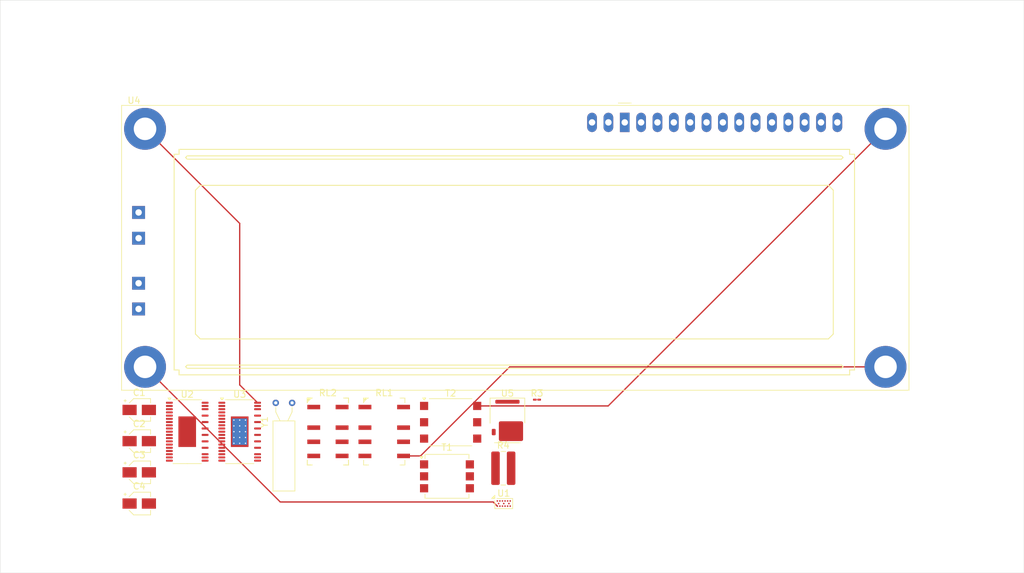
<source format=kicad_pcb>
(kicad_pcb (version 20241229) (generator "pcbnew") (generator_version "9.0")
  (layers (0 "F.Cu" signal) (2 "B.Cu" signal) (13 "F.Paste" user) (15 "B.Paste" user) (5 "F.SilkS" user "F.Silkscreen") (7 "B.SilkS" user "B.Silkscreen") (1 "F.Mask" user) (3 "B.Mask" user) (25 "Edge.Cuts" user))
  (net 0 "")
  (net 5 "Net-(T2-AB)")
  (net 7 "Net-(T2-AA)")
  (net 8 "Net-(T1-AA)")
  (net 9 "Net-(T1-AB)")
  (net 12 "Net-(U3A-+)")
  (net 13 "Net-(U2B-+)")
  (net 15 "Net-(C4-Pad2)")
  (net 16 "Net-(RL1-Pad3)")
  (net 18 "Net-(C3-Pad2)")
  (net 21 "Earth")
  (net 22 "VCC")
  (net 26 "unconnected-(U4-K-Pad16)")
  (net 45 "Net-(C1-Pad1)")
  (net 46 "Net-(C2-Pad2)")
  (footprint "Capacitor_SMD:CP_Elec_3x5.3" (layer "F.Cu") (at 110.6 123.895)
    (property "Reference" "C3" (at 0 -2.7 0) (layer "F.SilkS"))
    (property "Value" "C_Small")
    (fp_line (start -2.375 -1.435) (end -2 -1.435) (stroke (width 0.12)) (layer "F.SilkS"))
    (fp_line (start -2.1875 -1.6225) (end -2.1875 -1.2475) (stroke (width 0.12)) (layer "F.SilkS"))
    (fp_line (start -1.570563 -1.06) (end -0.870563 -1.76) (stroke (width 0.12)) (layer "F.SilkS"))
    (fp_line (start -1.570563 1.06) (end -0.870563 1.76) (stroke (width 0.12)) (layer "F.SilkS"))
    (fp_line (start -0.870563 -1.76) (end 1.76 -1.76) (stroke (width 0.12)) (layer "F.SilkS"))
    (fp_line (start -0.870563 1.76) (end 1.76 1.76) (stroke (width 0.12)) (layer "F.SilkS"))
    (fp_line (start 1.76 -1.76) (end 1.76 -1.06) (stroke (width 0.12)) (layer "F.SilkS"))
    (fp_line (start 1.76 1.76) (end 1.76 1.06) (stroke (width 0.12)) (layer "F.SilkS"))
    (pad "1" smd rect (at -1.5 0) (size 2.2 1.6) (layers "F.Cu" "F.Mask" "F.Paste"))
    (pad "2" smd rect (at 1.5 0) (size 2.2 1.6) (layers "F.Cu" "F.Mask" "F.Paste") (net 18 "Net-(C3-Pad2)"))
  )
  (footprint "Capacitor_SMD:CP_Elec_3x5.3" (layer "F.Cu") (at 110.6 128.745)
    (property "Reference" "C4" (at 0 -2.7 0) (layer "F.SilkS"))
    (property "Value" "C_Small")
    (fp_line (start -2.375 -1.435) (end -2 -1.435) (stroke (width 0.12)) (layer "F.SilkS"))
    (fp_line (start -2.1875 -1.6225) (end -2.1875 -1.2475) (stroke (width 0.12)) (layer "F.SilkS"))
    (fp_line (start -1.570563 -1.06) (end -0.870563 -1.76) (stroke (width 0.12)) (layer "F.SilkS"))
    (fp_line (start -1.570563 1.06) (end -0.870563 1.76) (stroke (width 0.12)) (layer "F.SilkS"))
    (fp_line (start -0.870563 -1.76) (end 1.76 -1.76) (stroke (width 0.12)) (layer "F.SilkS"))
    (fp_line (start -0.870563 1.76) (end 1.76 1.76) (stroke (width 0.12)) (layer "F.SilkS"))
    (fp_line (start 1.76 -1.76) (end 1.76 -1.06) (stroke (width 0.12)) (layer "F.SilkS"))
    (fp_line (start 1.76 1.76) (end 1.76 1.06) (stroke (width 0.12)) (layer "F.SilkS"))
    (pad "1" smd rect (at -1.5 0) (size 2.2 1.6) (layers "F.Cu" "F.Mask" "F.Paste"))
    (pad "2" smd rect (at 1.5 0) (size 2.2 1.6) (layers "F.Cu" "F.Mask" "F.Paste") (net 15 "Net-(C4-Pad2)"))
  )
  (footprint "Transformer_SMD:Pulse_P0926NL" (layer "F.Cu") (at 158.39 124.515)
    (property "Reference" "T1" (at 0 -4.5 0) (layer "F.SilkS"))
    (property "Value" "Transformer_1P_1S")
    (fp_line (start -3.41 -3.41) (end -3.41 -2.75) (stroke (width 0.12)) (layer "F.SilkS"))
    (fp_line (start -3.41 -3.41) (end 3.41 -3.41) (stroke (width 0.12)) (layer "F.SilkS"))
    (fp_line (start -3.41 3.41) (end -3.41 2.75) (stroke (width 0.12)) (layer "F.SilkS"))
    (fp_line (start -3.41 3.41) (end 3.41 3.41) (stroke (width 0.12)) (layer "F.SilkS"))
    (fp_line (start 3.41 -3.41) (end 3.41 -2.75) (stroke (width 0.12)) (layer "F.SilkS"))
    (fp_line (start 3.41 3.41) (end 3.41 2.75) (stroke (width 0.12)) (layer "F.SilkS"))
    (fp_poly (pts (xy -3.95 -2.75) (xy -4.19 -3.08) (xy -3.71 -3.08) (xy -3.95 -2.75)) (stroke (width 0.12)) (fill yes) (layer "F.SilkS"))
    (pad "1" smd rect (at -3.555 -1.855) (size 1.27 1.27) (layers "F.Cu" "F.Mask" "F.Paste") (net 8 "Net-(T1-AA)"))
    (pad "2" smd rect (at -3.555 0) (size 1.27 1.27) (layers "F.Cu" "F.Mask" "F.Paste") (net 9 "Net-(T1-AB)"))
    (pad "3" smd rect (at -3.555 1.855) (size 1.27 1.27) (layers "F.Cu" "F.Mask" "F.Paste"))
    (pad "4" smd rect (at 3.555 1.855) (size 1.27 1.27) (layers "F.Cu" "F.Mask" "F.Paste"))
    (pad "5" smd rect (at 3.555 0) (size 1.27 1.27) (layers "F.Cu" "F.Mask" "F.Paste"))
    (pad "6" smd rect (at 3.555 -1.855) (size 1.27 1.27) (layers "F.Cu" "F.Mask" "F.Paste"))
  )
  (footprint "Capacitor_SMD:CP_Elec_3x5.3" (layer "F.Cu") (at 110.6 119.045)
    (property "Reference" "C2" (at 0 -2.7 0) (layer "F.SilkS"))
    (property "Value" "C_Small")
    (fp_line (start -2.375 -1.435) (end -2 -1.435) (stroke (width 0.12)) (layer "F.SilkS"))
    (fp_line (start -2.1875 -1.6225) (end -2.1875 -1.2475) (stroke (width 0.12)) (layer "F.SilkS"))
    (fp_line (start -1.570563 -1.06) (end -0.870563 -1.76) (stroke (width 0.12)) (layer "F.SilkS"))
    (fp_line (start -1.570563 1.06) (end -0.870563 1.76) (stroke (width 0.12)) (layer "F.SilkS"))
    (fp_line (start -0.870563 -1.76) (end 1.76 -1.76) (stroke (width 0.12)) (layer "F.SilkS"))
    (fp_line (start -0.870563 1.76) (end 1.76 1.76) (stroke (width 0.12)) (layer "F.SilkS"))
    (fp_line (start 1.76 -1.76) (end 1.76 -1.06) (stroke (width 0.12)) (layer "F.SilkS"))
    (fp_line (start 1.76 1.76) (end 1.76 1.06) (stroke (width 0.12)) (layer "F.SilkS"))
    (pad "1" smd rect (at -1.5 0) (size 2.2 1.6) (layers "F.Cu" "F.Mask" "F.Paste"))
    (pad "2" smd rect (at 1.5 0) (size 2.2 1.6) (layers "F.Cu" "F.Mask" "F.Paste") (net 46 "Net-(C2-Pad2)"))
  )
  (footprint "Crystal:Crystal_AT310_D3.0mm_L10.0mm_Horizontal" (layer "F.Cu") (at 131.8 113.095)
    (property "Reference" "Y1" (at -1.75 3 90) (layer "F.SilkS"))
    (property "Value" "Crystal")
    (fp_line (start -0.43 2.8) (end -0.43 13.7) (stroke (width 0.12)) (layer "F.SilkS"))
    (fp_line (start -0.43 13.7) (end 2.97 13.7) (stroke (width 0.12)) (layer "F.SilkS"))
    (fp_line (start 0 1.4) (end 0 0.7) (stroke (width 0.12)) (layer "F.SilkS"))
    (fp_line (start 0.67 2.8) (end 0 1.4) (stroke (width 0.12)) (layer "F.SilkS"))
    (fp_line (start 1.87 2.8) (end 2.54 1.4) (stroke (width 0.12)) (layer "F.SilkS"))
    (fp_line (start 2.54 1.4) (end 2.54 0.7) (stroke (width 0.12)) (layer "F.SilkS"))
    (fp_line (start 2.97 2.8) (end -0.43 2.8) (stroke (width 0.12)) (layer "F.SilkS"))
    (fp_line (start 2.97 13.7) (end 2.97 2.8) (stroke (width 0.12)) (layer "F.SilkS"))
    (pad "1" thru_hole circle (at 0 0) (size 1 1) (drill 0.5) (layers "*.Cu" "*.Mask") (net 46 "Net-(C2-Pad2)"))
    (pad "2" thru_hole circle (at 2.54 0) (size 1 1) (drill 0.5) (layers "*.Cu" "*.Mask") (net 45 "Net-(C1-Pad1)"))
  )
  (footprint "Transistor_Power:GaN_Systems_GaNPX-3_5x6.6mm_Drain3.76x0.6mm" (layer "F.Cu") (at 167.78 115.825)
    (property "Reference" "U5" (at 0 -4.21 0) (layer "F.SilkS"))
    (property "Value" "ULN2002A")
    (fp_line (start -2.69 -3.47) (end -2.69 0.4325) (stroke (width 0.12)) (layer "F.SilkS"))
    (fp_line (start -2 3.47) (end 2 3.47) (stroke (width 0.12)) (layer "F.SilkS"))
    (fp_line (start 2.69 -3.47) (end -2.69 -3.47) (stroke (width 0.12)) (layer "F.SilkS"))
    (fp_line (start 2.69 0.375) (end 2.69 -3.47) (stroke (width 0.12)) (layer "F.SilkS"))
    (pad "1" smd roundrect (at 0 -2.91) (size 3.76 0.6) (layers "F.Cu" "F.Mask" "F.Paste"))
    (pad "2" smd roundrect (at -2.13 1.81) (size 0.6 1) (layers "F.Cu" "F.Mask" "F.Paste"))
    (pad "3" smd roundrect (at 0.55 1.67) (size 3.76 3.07) (layers "F.Cu" "F.Mask") (roundrect_rratio 0.08143322476))
  )
  (footprint "Relay_SMD:Relay_2P2T_10x6mm_TE_IMxxG" (layer "F.Cu") (at 148.65 117.545)
    (property "Reference" "RL1" (at 0 -6 0) (layer "F.SilkS"))
    (property "Value" "AZSR131-1AE-12D")
    (fp_line (start -3.2 -5.2) (end -3.2 -4.45) (stroke (width 0.12)) (layer "F.SilkS"))
    (fp_line (start -3.2 4.45) (end -3.2 5.2) (stroke (width 0.12)) (layer "F.SilkS"))
    (fp_line (start -3.2 5.2) (end -2.45 5.2) (stroke (width 0.12)) (layer "F.SilkS"))
    (fp_line (start -3.05 -5.2) (end -3.2 -5.05) (stroke (width 0.12)) (layer "F.SilkS"))
    (fp_line (start -2.9 -5.2) (end -3.2 -4.9) (stroke (width 0.12)) (layer "F.SilkS"))
    (fp_line (start -2.75 -5.2) (end -3.2 -4.75) (stroke (width 0.12)) (layer "F.SilkS"))
    (fp_line (start -2.6 -5.2) (end -3.2 -4.6) (stroke (width 0.12)) (layer "F.SilkS"))
    (fp_line (start -2.45 -5.2) (end -3.2 -5.2) (stroke (width 0.12)) (layer "F.SilkS"))
    (fp_line (start 2.45 -5.2) (end 3.2 -5.2) (stroke (width 0.12)) (layer "F.SilkS"))
    (fp_line (start 2.45 5.2) (end 3.2 5.2) (stroke (width 0.12)) (layer "F.SilkS"))
    (fp_line (start 3.2 -5.2) (end 3.2 -4.45) (stroke (width 0.12)) (layer "F.SilkS"))
    (fp_line (start 3.2 4.45) (end 3.2 5.2) (stroke (width 0.12)) (layer "F.SilkS"))
    (pad "1" smd rect (at -3 -3.8) (size 2 0.7) (layers "F.Cu" "F.Mask" "F.Paste"))
    (pad "2" smd rect (at -3 -0.6) (size 2 0.7) (layers "F.Cu" "F.Mask" "F.Paste") (net 18 "Net-(C3-Pad2)"))
    (pad "3" smd rect (at -3 1.6) (size 2 0.7) (layers "F.Cu" "F.Mask" "F.Paste") (net 16 "Net-(RL1-Pad3)"))
    (pad "4" smd rect (at -3 3.8) (size 2 0.7) (layers "F.Cu" "F.Mask" "F.Paste"))
    (pad "5" smd rect (at 3 3.8) (size 2 0.7) (layers "F.Cu" "F.Mask" "F.Paste"))
    (pad "6" smd rect (at 3 1.6) (size 2 0.7) (layers "F.Cu" "F.Mask" "F.Paste"))
    (pad "7" smd rect (at 3 -0.6) (size 2 0.7) (layers "F.Cu" "F.Mask" "F.Paste"))
    (pad "8" smd rect (at 3 -3.8) (size 2 0.7) (layers "F.Cu" "F.Mask" "F.Paste"))
  )
  (footprint "Transformer_SMD:Pulse_PA1323NL" (layer "F.Cu") (at 158.96 116.11)
    (property "Reference" "T2" (at 0 -4.5 0) (layer "F.SilkS"))
    (property "Value" "Transformer_1P_1S")
    (fp_line (start -3.31 -3.665) (end 3.31 -3.665) (stroke (width 0.12)) (layer "F.SilkS"))
    (fp_line (start -3.31 3.665) (end 3.31 3.665) (stroke (width 0.12)) (layer "F.SilkS"))
    (fp_poly (pts (xy -4.1 -3.45) (xy -4.34 -3.78) (xy -3.86 -3.78) (xy -4.1 -3.45)) (stroke (width 0.12)) (fill yes) (layer "F.SilkS"))
    (pad "1" smd rect (at -4.125 -2.54) (size 1.27 1.27) (layers "F.Cu" "F.Mask" "F.Paste") (net 7 "Net-(T2-AA)"))
    (pad "2" smd rect (at -4.125 0) (size 1.27 1.27) (layers "F.Cu" "F.Mask" "F.Paste") (net 5 "Net-(T2-AB)"))
    (pad "3" smd rect (at -4.125 2.54) (size 1.27 1.27) (layers "F.Cu" "F.Mask" "F.Paste"))
    (pad "4" smd rect (at 4.125 2.54) (size 1.27 1.27) (layers "F.Cu" "F.Mask" "F.Paste"))
    (pad "5" smd rect (at 4.125 0) (size 1.27 1.27) (layers "F.Cu" "F.Mask" "F.Paste"))
    (pad "6" smd rect (at 4.125 -2.54) (size 1.27 1.27) (layers "F.Cu" "F.Mask" "F.Paste"))
  )
  (footprint "Relay_SMD:Relay_DPDT_AXICOM_IMSeries_JLeg" (layer "F.Cu") (at 139.9 117.545)
    (property "Reference" "RL2" (at 0 -6 0) (layer "F.SilkS"))
    (property "Value" "AZSR131-1AE-12D")
    (fp_line (start -3.2 -5.2) (end -3.2 -4.45) (stroke (width 0.15)) (layer "F.SilkS"))
    (fp_line (start -3.2 4.45) (end -3.2 5.2) (stroke (width 0.15)) (layer "F.SilkS"))
    (fp_line (start -3.2 5.2) (end -2.45 5.2) (stroke (width 0.15)) (layer "F.SilkS"))
    (fp_line (start -3.05 -5.2) (end -3.2 -5.05) (stroke (width 0.15)) (layer "F.SilkS"))
    (fp_line (start -2.9 -5.2) (end -3.2 -4.9) (stroke (width 0.15)) (layer "F.SilkS"))
    (fp_line (start -2.75 -5.2) (end -3.2 -4.75) (stroke (width 0.15)) (layer "F.SilkS"))
    (fp_line (start -2.6 -5.2) (end -3.2 -4.6) (stroke (width 0.15)) (layer "F.SilkS"))
    (fp_line (start -2.45 -5.2) (end -3.2 -5.2) (stroke (width 0.15)) (layer "F.SilkS"))
    (fp_line (start 2.45 -5.2) (end 3.2 -5.2) (stroke (width 0.15)) (layer "F.SilkS"))
    (fp_line (start 2.45 5.2) (end 3.2 5.2) (stroke (width 0.15)) (layer "F.SilkS"))
    (fp_line (start 3.2 -5.2) (end 3.2 -4.45) (stroke (width 0.15)) (layer "F.SilkS"))
    (fp_line (start 3.2 4.45) (end 3.2 5.2) (stroke (width 0.15)) (layer "F.SilkS"))
    (pad "1" smd rect (at -2.2 -3.8) (size 2 0.7) (layers "F.Cu" "F.Mask" "F.Paste"))
    (pad "2" smd rect (at -2.2 -0.6) (size 2 0.7) (layers "F.Cu" "F.Mask" "F.Paste") (net 16 "Net-(RL1-Pad3)"))
    (pad "3" smd rect (at -2.2 1.6) (size 2 0.7) (layers "F.Cu" "F.Mask" "F.Paste"))
    (pad "4" smd rect (at -2.2 3.8) (size 2 0.7) (layers "F.Cu" "F.Mask" "F.Paste") (net 15 "Net-(C4-Pad2)"))
    (pad "5" smd rect (at 2.2 3.8) (size 2 0.7) (layers "F.Cu" "F.Mask" "F.Paste"))
    (pad "6" smd rect (at 2.2 1.6) (size 2 0.7) (layers "F.Cu" "F.Mask" "F.Paste"))
    (pad "7" smd rect (at 2.2 -0.6) (size 2 0.7) (layers "F.Cu" "F.Mask" "F.Paste"))
    (pad "8" smd rect (at 2.2 -3.8) (size 2 0.7) (layers "F.Cu" "F.Mask" "F.Paste"))
  )
  (footprint "Package_CSP:Nexperia_WLCSP-15_2.37x1.17mm_Layout6x3_P0.4mmP0.8mm" (layer "F.Cu") (at 167.21 128.745)
    (property "Reference" "U1" (at 0 -1.585 0) (layer "F.SilkS"))
    (property "Value" "PIC16F877A-IP")
    (fp_line (start -1.385 0.785) (end -1.385 -0.4475) (stroke (width 0.12)) (layer "F.SilkS"))
    (fp_line (start -1.0475 -0.785) (end 1.385 -0.785) (stroke (width 0.12)) (layer "F.SilkS"))
    (fp_line (start 1.385 -0.785) (end 1.385 0.785) (stroke (width 0.12)) (layer "F.SilkS"))
    (fp_line (start 1.385 0.785) (end -1.385 0.785) (stroke (width 0.12)) (layer "F.SilkS"))
    (fp_poly (pts (xy -1.385 -0.785) (xy -1.885 -0.785) (xy -1.385 -1.285) (xy -1.385 -0.785)) (stroke (width 0.12)) (fill yes) (layer "F.SilkS"))
    (pad "A1" smd circle (at -1 -0.4) (size 0.25 0.25) (property pad_prop_bga) (layers "F.Cu" "F.Mask" "F.Paste"))
    (pad "A2" smd circle (at -0.6 -0.4) (size 0.25 0.25) (property pad_prop_bga) (layers "F.Cu" "F.Mask" "F.Paste"))
    (pad "A3" smd circle (at -0.2 -0.4) (size 0.25 0.25) (property pad_prop_bga) (layers "F.Cu" "F.Mask" "F.Paste"))
    (pad "A4" smd circle (at 0.2 -0.4) (size 0.25 0.25) (property pad_prop_bga) (layers "F.Cu" "F.Mask" "F.Paste"))
    (pad "A5" smd circle (at 0.6 -0.4) (size 0.25 0.25) (property pad_prop_bga) (layers "F.Cu" "F.Mask" "F.Paste"))
    (pad "A6" smd circle (at 1 -0.4) (size 0.25 0.25) (property pad_prop_bga) (layers "F.Cu" "F.Mask" "F.Paste"))
    (pad "B1" smd circle (at -0.8 0) (size 0.25 0.25) (property pad_prop_bga) (layers "F.Cu" "F.Mask" "F.Paste"))
    (pad "B2" smd circle (at 0 0) (size 0.25 0.25) (property pad_prop_bga) (layers "F.Cu" "F.Mask" "F.Paste"))
    (pad "B3" smd circle (at 0.8 0) (size 0.25 0.25) (property pad_prop_bga) (layers "F.Cu" "F.Mask" "F.Paste"))
    (pad "C1" smd circle (at -1 0.4) (size 0.25 0.25) (property pad_prop_bga) (layers "F.Cu" "F.Mask" "F.Paste"))
    (pad "C2" smd circle (at -0.6 0.4) (size 0.25 0.25) (property pad_prop_bga) (layers "F.Cu" "F.Mask" "F.Paste"))
    (pad "C3" smd circle (at -0.2 0.4) (size 0.25 0.25) (property pad_prop_bga) (layers "F.Cu" "F.Mask" "F.Paste"))
    (pad "C4" smd circle (at 0.2 0.4) (size 0.25 0.25) (property pad_prop_bga) (layers "F.Cu" "F.Mask" "F.Paste"))
    (pad "C5" smd circle (at 0.6 0.4) (size 0.25 0.25) (property pad_prop_bga) (layers "F.Cu" "F.Mask" "F.Paste"))
    (pad "C6" smd circle (at 1 0.4) (size 0.25 0.25) (property pad_prop_bga) (layers "F.Cu" "F.Mask" "F.Paste"))
  )
  (footprint "Resistor_SMD:R_01005_0402Metric_Pad0.57x0.30mm_HandSolder" (layer "F.Cu") (at 172.37 112.595)
    (property "Reference" "R3" (at 0 -1 0) (layer "F.SilkS"))
    (property "Value" "R")
    (pad "1" smd roundrect (at -0.3375 0) (size 0.575 0.3) (layers "F.Cu" "F.Mask") (net 5 "Net-(T2-AB)"))
    (pad "2" smd roundrect (at 0.3375 0) (size 0.575 0.3) (layers "F.Cu" "F.Mask") (net 13 "Net-(U2B-+)"))
  )
  (footprint "Package_SO:Linear_HTSSOP-31-38-1EP_4.4x9.7mm_P0.5mm_EP2.74x4.75mm_ThermalVias" (layer "F.Cu") (at 126.2 117.5775)
    (property "Reference" "U3" (at 0 -5.8 0) (layer "F.SilkS"))
    (property "Value" "LM358")
    (fp_line (start 0 -4.96) (end -2.2 -4.96) (stroke (width 0.12)) (layer "F.SilkS"))
    (fp_line (start 0 -4.96) (end 2.2 -4.96) (stroke (width 0.12)) (layer "F.SilkS"))
    (fp_line (start 0 4.96) (end -2.2 4.96) (stroke (width 0.12)) (layer "F.SilkS"))
    (fp_line (start 0 4.96) (end 2.2 4.96) (stroke (width 0.12)) (layer "F.SilkS"))
    (fp_poly (pts (xy -2.75 -4.9175) (xy -2.99 -5.2475) (xy -2.51 -5.2475) (xy -2.75 -4.9175)) (stroke (width 0.12)) (fill yes) (layer "F.SilkS"))
    (pad "1" smd roundrect (at -2.775 -4.5) (size 1.05 0.315) (layers "F.Cu" "F.Mask" "F.Paste"))
    (pad "2" smd roundrect (at -2.775 -4) (size 1.05 0.315) (layers "F.Cu" "F.Mask" "F.Paste") (net 8 "Net-(T1-AA)"))
    (pad "3" smd roundrect (at -2.775 -3.5) (size 1.05 0.315) (layers "F.Cu" "F.Mask" "F.Paste") (net 12 "Net-(U3A-+)"))
    (pad "4" smd roundrect (at -2.775 -3) (size 1.05 0.315) (layers "F.Cu" "F.Mask" "F.Paste") (net 21 "Earth"))
    (pad "5" smd roundrect (at -2.775 -2.5) (size 1.05 0.315) (layers "F.Cu" "F.Mask" "F.Paste"))
    (pad "6" smd roundrect (at -2.775 -2) (size 1.05 0.315) (layers "F.Cu" "F.Mask" "F.Paste"))
    (pad "7" smd roundrect (at -2.775 -1.5) (size 1.05 0.315) (layers "F.Cu" "F.Mask" "F.Paste"))
    (pad "8" smd roundrect (at -2.775 -1) (size 1.05 0.315) (layers "F.Cu" "F.Mask" "F.Paste") (net 22 "VCC"))
    (pad "9" smd roundrect (at -2.775 -0.5) (size 1.05 0.315) (layers "F.Cu" "F.Mask" "F.Paste"))
    (pad "10" smd roundrect (at -2.775 0) (size 1.05 0.315) (layers "F.Cu" "F.Mask" "F.Paste"))
    (pad "11" smd roundrect (at -2.775 0.5) (size 1.05 0.315) (layers "F.Cu" "F.Mask" "F.Paste"))
    (pad "12" smd roundrect (at -2.775 1) (size 1.05 0.315) (layers "F.Cu" "F.Mask" "F.Paste"))
    (pad "13" smd roundrect (at -2.775 1.5) (size 1.05 0.315) (layers "F.Cu" "F.Mask" "F.Paste"))
    (pad "14" smd roundrect (at -2.775 2) (size 1.05 0.315) (layers "F.Cu" "F.Mask" "F.Paste"))
    (pad "15" smd roundrect (at -2.775 2.5) (size 1.05 0.315) (layers "F.Cu" "F.Mask" "F.Paste"))
    (pad "16" smd roundrect (at -2.775 3) (size 1.05 0.315) (layers "F.Cu" "F.Mask" "F.Paste"))
    (pad "17" smd roundrect (at -2.775 3.5) (size 1.05 0.315) (layers "F.Cu" "F.Mask" "F.Paste"))
    (pad "18" smd roundrect (at -2.775 4) (size 1.05 0.315) (layers "F.Cu" "F.Mask" "F.Paste"))
    (pad "19" smd roundrect (at -2.775 4.5) (size 1.05 0.315) (layers "F.Cu" "F.Mask" "F.Paste"))
    (pad "20" smd roundrect (at 2.775 4.5) (size 1.05 0.315) (layers "F.Cu" "F.Mask" "F.Paste"))
    (pad "21" smd roundrect (at 2.775 4) (size 1.05 0.315) (layers "F.Cu" "F.Mask" "F.Paste"))
    (pad "22" smd roundrect (at 2.775 3.5) (size 1.05 0.315) (layers "F.Cu" "F.Mask" "F.Paste"))
    (pad "24" smd roundrect (at 2.775 2.5) (size 1.05 0.315) (layers "F.Cu" "F.Mask" "F.Paste"))
    (pad "26" smd roundrect (at 2.775 1.5) (size 1.05 0.315) (layers "F.Cu" "F.Mask" "F.Paste"))
    (pad "28" smd roundrect (at 2.775 0.5) (size 1.05 0.315) (layers "F.Cu" "F.Mask" "F.Paste"))
    (pad "30" smd roundrect (at 2.775 -0.5) (size 1.05 0.315) (layers "F.Cu" "F.Mask" "F.Paste"))
    (pad "32" smd roundrect (at 2.775 -1.5) (size 1.05 0.315) (layers "F.Cu" "F.Mask" "F.Paste"))
    (pad "34" smd roundrect (at 2.775 -2.5) (size 1.05 0.315) (layers "F.Cu" "F.Mask" "F.Paste"))
    (pad "36" smd roundrect (at 2.775 -3.5) (size 1.05 0.315) (layers "F.Cu" "F.Mask" "F.Paste"))
    (pad "37" smd roundrect (at 2.775 -4) (size 1.05 0.315) (layers "F.Cu" "F.Mask" "F.Paste"))
    (pad "38" smd roundrect (at 2.775 -4.5) (size 1.05 0.315) (layers "F.Cu" "F.Mask" "F.Paste"))
    (pad "39" thru_hole circle (at -0.9 -1.8) (size 0.5 0.5) (drill 0.2) (property pad_prop_heatsink) (layers "*.Cu"))
    (pad "39" thru_hole circle (at -0.9 -0.9) (size 0.5 0.5) (drill 0.2) (property pad_prop_heatsink) (layers "*.Cu"))
    (pad "39" thru_hole circle (at -0.9 0) (size 0.5 0.5) (drill 0.2) (property pad_prop_heatsink) (layers "*.Cu"))
    (pad "39" thru_hole circle (at -0.9 0.9) (size 0.5 0.5) (drill 0.2) (property pad_prop_heatsink) (layers "*.Cu"))
    (pad "39" thru_hole circle (at -0.9 1.8) (size 0.5 0.5) (drill 0.2) (property pad_prop_heatsink) (layers "*.Cu"))
    (pad "39" thru_hole circle (at 0 -1.8) (size 0.5 0.5) (drill 0.2) (property pad_prop_heatsink) (layers "*.Cu"))
    (pad "39" thru_hole circle (at 0 -0.9) (size 0.5 0.5) (drill 0.2) (property pad_prop_heatsink) (layers "*.Cu"))
    (pad "39" thru_hole circle (at 0 0) (size 0.5 0.5) (drill 0.2) (property pad_prop_heatsink) (layers "*.Cu"))
    (pad "39" smd rect (at 0 0) (size 2.3 4.1) (property pad_prop_heatsink) (layers "B.Cu"))
    (pad "39" smd rect (at 0 0) (size 2.74 4.75) (property pad_prop_heatsink) (layers "F.Cu" "F.Mask"))
    (pad "39" thru_hole circle (at 0 0.9) (size 0.5 0.5) (drill 0.2) (property pad_prop_heatsink) (layers "*.Cu"))
    (pad "39" thru_hole circle (at 0 1.8) (size 0.5 0.5) (drill 0.2) (property pad_prop_heatsink) (layers "*.Cu"))
    (pad "39" thru_hole circle (at 0.9 -1.8) (size 0.5 0.5) (drill 0.2) (property pad_prop_heatsink) (layers "*.Cu"))
    (pad "39" thru_hole circle (at 0.9 -0.9) (size 0.5 0.5) (drill 0.2) (property pad_prop_heatsink) (layers "*.Cu"))
    (pad "39" thru_hole circle (at 0.9 0) (size 0.5 0.5) (drill 0.2) (property pad_prop_heatsink) (layers "*.Cu"))
    (pad "39" thru_hole circle (at 0.9 0.9) (size 0.5 0.5) (drill 0.2) (property pad_prop_heatsink) (layers "*.Cu"))
    (pad "39" thru_hole circle (at 0.9 1.8) (size 0.5 0.5) (drill 0.2) (property pad_prop_heatsink) (layers "*.Cu"))
  )
  (footprint "Capacitor_SMD:CP_Elec_3x5.3" (layer "F.Cu") (at 110.6 114.195)
    (property "Reference" "C1" (at 0 -2.7 0) (layer "F.SilkS"))
    (property "Value" "C_Small")
    (fp_line (start -2.375 -1.435) (end -2 -1.435) (stroke (width 0.12)) (layer "F.SilkS"))
    (fp_line (start -2.1875 -1.6225) (end -2.1875 -1.2475) (stroke (width 0.12)) (layer "F.SilkS"))
    (fp_line (start -1.570563 -1.06) (end -0.870563 -1.76) (stroke (width 0.12)) (layer "F.SilkS"))
    (fp_line (start -1.570563 1.06) (end -0.870563 1.76) (stroke (width 0.12)) (layer "F.SilkS"))
    (fp_line (start -0.870563 -1.76) (end 1.76 -1.76) (stroke (width 0.12)) (layer "F.SilkS"))
    (fp_line (start -0.870563 1.76) (end 1.76 1.76) (stroke (width 0.12)) (layer "F.SilkS"))
    (fp_line (start 1.76 -1.76) (end 1.76 -1.06) (stroke (width 0.12)) (layer "F.SilkS"))
    (fp_line (start 1.76 1.76) (end 1.76 1.06) (stroke (width 0.12)) (layer "F.SilkS"))
    (pad "1" smd rect (at -1.5 0) (size 2.2 1.6) (layers "F.Cu" "F.Mask" "F.Paste") (net 45 "Net-(C1-Pad1)"))
    (pad "2" smd rect (at 1.5 0) (size 2.2 1.6) (layers "F.Cu" "F.Mask" "F.Paste"))
  )
  (footprint "Package_SO:Linear_HTSSOP-31-38-1EP_4.4x9.7mm_P0.5mm_EP2.74x4.75mm" (layer "F.Cu") (at 118.05 117.5775)
    (property "Reference" "U2" (at 0 -5.8 0) (layer "F.SilkS"))
    (property "Value" "LM358")
    (fp_line (start 0 -4.96) (end -2.2 -4.96) (stroke (width 0.12)) (layer "F.SilkS"))
    (fp_line (start 0 -4.96) (end 2.2 -4.96) (stroke (width 0.12)) (layer "F.SilkS"))
    (fp_line (start 0 4.96) (end -2.2 4.96) (stroke (width 0.12)) (layer "F.SilkS"))
    (fp_line (start 0 4.96) (end 2.2 4.96) (stroke (width 0.12)) (layer "F.SilkS"))
    (fp_poly (pts (xy -2.75 -4.9175) (xy -2.99 -5.2475) (xy -2.51 -5.2475) (xy -2.75 -4.9175)) (stroke (width 0.12)) (fill yes) (layer "F.SilkS"))
    (pad "1" smd roundrect (at -2.775 -4.5) (size 1.05 0.315) (layers "F.Cu" "F.Mask" "F.Paste"))
    (pad "2" smd roundrect (at -2.775 -4) (size 1.05 0.315) (layers "F.Cu" "F.Mask" "F.Paste"))
    (pad "3" smd roundrect (at -2.775 -3.5) (size 1.05 0.315) (layers "F.Cu" "F.Mask" "F.Paste"))
    (pad "4" smd roundrect (at -2.775 -3) (size 1.05 0.315) (layers "F.Cu" "F.Mask" "F.Paste") (net 21 "Earth"))
    (pad "5" smd roundrect (at -2.775 -2.5) (size 1.05 0.315) (layers "F.Cu" "F.Mask" "F.Paste") (net 13 "Net-(U2B-+)"))
    (pad "6" smd roundrect (at -2.775 -2) (size 1.05 0.315) (layers "F.Cu" "F.Mask" "F.Paste") (net 7 "Net-(T2-AA)"))
    (pad "7" smd roundrect (at -2.775 -1.5) (size 1.05 0.315) (layers "F.Cu" "F.Mask" "F.Paste"))
    (pad "8" smd roundrect (at -2.775 -1) (size 1.05 0.315) (layers "F.Cu" "F.Mask" "F.Paste") (net 22 "VCC"))
    (pad "9" smd roundrect (at -2.775 -0.5) (size 1.05 0.315) (layers "F.Cu" "F.Mask" "F.Paste"))
    (pad "10" smd roundrect (at -2.775 0) (size 1.05 0.315) (layers "F.Cu" "F.Mask" "F.Paste"))
    (pad "11" smd roundrect (at -2.775 0.5) (size 1.05 0.315) (layers "F.Cu" "F.Mask" "F.Paste"))
    (pad "12" smd roundrect (at -2.775 1) (size 1.05 0.315) (layers "F.Cu" "F.Mask" "F.Paste"))
    (pad "13" smd roundrect (at -2.775 1.5) (size 1.05 0.315) (layers "F.Cu" "F.Mask" "F.Paste"))
    (pad "14" smd roundrect (at -2.775 2) (size 1.05 0.315) (layers "F.Cu" "F.Mask" "F.Paste"))
    (pad "15" smd roundrect (at -2.775 2.5) (size 1.05 0.315) (layers "F.Cu" "F.Mask" "F.Paste"))
    (pad "16" smd roundrect (at -2.775 3) (size 1.05 0.315) (layers "F.Cu" "F.Mask" "F.Paste"))
    (pad "17" smd roundrect (at -2.775 3.5) (size 1.05 0.315) (layers "F.Cu" "F.Mask" "F.Paste"))
    (pad "18" smd roundrect (at -2.775 4) (size 1.05 0.315) (layers "F.Cu" "F.Mask" "F.Paste"))
    (pad "19" smd roundrect (at -2.775 4.5) (size 1.05 0.315) (layers "F.Cu" "F.Mask" "F.Paste"))
    (pad "20" smd roundrect (at 2.775 4.5) (size 1.05 0.315) (layers "F.Cu" "F.Mask" "F.Paste"))
    (pad "21" smd roundrect (at 2.775 4) (size 1.05 0.315) (layers "F.Cu" "F.Mask" "F.Paste"))
    (pad "22" smd roundrect (at 2.775 3.5) (size 1.05 0.315) (layers "F.Cu" "F.Mask" "F.Paste"))
    (pad "24" smd roundrect (at 2.775 2.5) (size 1.05 0.315) (layers "F.Cu" "F.Mask" "F.Paste"))
    (pad "26" smd roundrect (at 2.775 1.5) (size 1.05 0.315) (layers "F.Cu" "F.Mask" "F.Paste"))
    (pad "28" smd roundrect (at 2.775 0.5) (size 1.05 0.315) (layers "F.Cu" "F.Mask" "F.Paste"))
    (pad "30" smd roundrect (at 2.775 -0.5) (size 1.05 0.315) (layers "F.Cu" "F.Mask" "F.Paste"))
    (pad "32" smd roundrect (at 2.775 -1.5) (size 1.05 0.315) (layers "F.Cu" "F.Mask" "F.Paste"))
    (pad "34" smd roundrect (at 2.775 -2.5) (size 1.05 0.315) (layers "F.Cu" "F.Mask" "F.Paste"))
    (pad "36" smd roundrect (at 2.775 -3.5) (size 1.05 0.315) (layers "F.Cu" "F.Mask" "F.Paste"))
    (pad "37" smd roundrect (at 2.775 -4) (size 1.05 0.315) (layers "F.Cu" "F.Mask" "F.Paste"))
    (pad "38" smd roundrect (at 2.775 -4.5) (size 1.05 0.315) (layers "F.Cu" "F.Mask" "F.Paste"))
    (pad "39" smd rect (at 0 0) (size 2.74 4.75) (property pad_prop_heatsink) (layers "F.Cu" "F.Mask"))
  )
  (footprint "Resistor_SMD:R_1020_2550Metric_Pad1.33x5.20mm_HandSolder" (layer "F.Cu") (at 167.14 123.255)
    (property "Reference" "R4" (at 0 -3.55 0) (layer "F.SilkS"))
    (property "Value" "R")
    (fp_line (start -0.361252 -2.61) (end 0.361252 -2.61) (stroke (width 0.12)) (layer "F.SilkS"))
    (fp_line (start -0.361252 2.61) (end 0.361252 2.61) (stroke (width 0.12)) (layer "F.SilkS"))
    (pad "1" smd roundrect (at -1.2125 0) (size 1.325 5.2) (layers "F.Cu" "F.Mask" "F.Paste") (roundrect_rratio 0.188679) (net 9 "Net-(T1-AB)"))
    (pad "2" smd roundrect (at 1.2125 0) (size 1.325 5.2) (layers "F.Cu" "F.Mask" "F.Paste") (roundrect_rratio 0.188679) (net 12 "Net-(U3A-+)"))
  )
  (footprint "Display:LCD-016N002L" (layer "F.Cu") (at 186 69.5)
    (property "Reference" "U4" (at -76.21 -3.41 180) (layer "F.SilkS"))
    (property "Value" "LCD-016N002L")
    (fp_line (start -78.14 -2.64) (end -78.14 41.64) (stroke (width 0.12)) (layer "F.SilkS"))
    (fp_line (start -78.14 41.64) (end 44.14 41.64) (stroke (width 0.12)) (layer "F.SilkS"))
    (fp_line (start -69.977 4.953) (end -69.977 38.481) (stroke (width 0.15)) (layer "F.SilkS"))
    (fp_line (start -69.215 4.191) (end -69.215 4.953) (stroke (width 0.15)) (layer "F.SilkS"))
    (fp_line (start -69.215 4.953) (end -69.977 4.953) (stroke (width 0.15)) (layer "F.SilkS"))
    (fp_line (start -69.215 38.481) (end -69.977 38.481) (stroke (width 0.15)) (layer "F.SilkS"))
    (fp_line (start -69.215 39.243) (end -69.215 38.481) (stroke (width 0.15)) (layer "F.SilkS"))
    (fp_line (start -69.215 39.243) (end 34.925 39.243) (stroke (width 0.15)) (layer "F.SilkS"))
    (fp_line (start -68.199 5.461) (end -67.945 5.715) (stroke (width 0.15)) (layer "F.SilkS"))
    (fp_line (start -68.199 37.973) (end -67.945 38.227) (stroke (width 0.15)) (layer "F.SilkS"))
    (fp_line (start -67.945 5.207) (end -68.199 5.461) (stroke (width 0.15)) (layer "F.SilkS"))
    (fp_line (start -67.945 5.715) (end 33.655 5.715) (stroke (width 0.15)) (layer "F.SilkS"))
    (fp_line (start -67.945 37.719) (end -68.199 37.973) (stroke (width 0.15)) (layer "F.SilkS"))
    (fp_line (start -67.945 38.227) (end 33.655 38.227) (stroke (width 0.15)) (layer "F.SilkS"))
    (fp_line (start -66.675 10.541) (end -65.913 9.779) (stroke (width 0.15)) (layer "F.SilkS"))
    (fp_line (start -66.675 32.893) (end -66.675 10.541) (stroke (width 0.15)) (layer "F.SilkS"))
    (fp_line (start -65.913 9.779) (end 31.623 9.779) (stroke (width 0.15)) (layer "F.SilkS"))
    (fp_line (start -65.913 33.655) (end -66.675 32.893) (stroke (width 0.15)) (layer "F.SilkS"))
    (fp_line (start -1 -3) (end 1 -3) (stroke (width 0.12)) (layer "F.SilkS"))
    (fp_line (start 31.623 9.779) (end 32.385 10.541) (stroke (width 0.15)) (layer "F.SilkS"))
    (fp_line (start 31.623 33.655) (end -65.913 33.655) (stroke (width 0.15)) (layer "F.SilkS"))
    (fp_line (start 32.385 10.541) (end 32.385 32.893) (stroke (width 0.15)) (layer "F.SilkS"))
    (fp_line (start 32.385 32.893) (end 31.623 33.655) (stroke (width 0.15)) (layer "F.SilkS"))
    (fp_line (start 33.655 5.207) (end -67.945 5.207) (stroke (width 0.15)) (layer "F.SilkS"))
    (fp_line (start 33.655 5.207) (end 33.909 5.461) (stroke (width 0.15)) (layer "F.SilkS"))
    (fp_line (start 33.655 37.719) (end -67.945 37.719) (stroke (width 0.15)) (layer "F.SilkS"))
    (fp_line (start 33.655 38.227) (end 33.909 37.973) (stroke (width 0.15)) (layer "F.SilkS"))
    (fp_line (start 33.909 5.461) (end 33.655 5.715) (stroke (width 0.15)) (layer "F.SilkS"))
    (fp_line (start 33.909 37.973) (end 33.655 37.719) (stroke (width 0.15)) (layer "F.SilkS"))
    (fp_line (start 34.925 4.191) (end -69.215 4.191) (stroke (width 0.15)) (layer "F.SilkS"))
    (fp_line (start 34.925 4.191) (end 34.925 4.953) (stroke (width 0.15)) (layer "F.SilkS"))
    (fp_line (start 34.925 4.953) (end 35.687 4.953) (stroke (width 0.15)) (layer "F.SilkS"))
    (fp_line (start 34.925 38.481) (end 34.925 39.243) (stroke (width 0.15)) (layer "F.SilkS"))
    (fp_line (start 35.687 38.481) (end 34.925 38.481) (stroke (width 0.15)) (layer "F.SilkS"))
    (fp_line (start 35.687 38.481) (end 35.687 4.953) (stroke (width 0.15)) (layer "F.SilkS"))
    (fp_line (start 44.14 -2.64) (end -78.14 -2.64) (stroke (width 0.12)) (layer "F.SilkS"))
    (fp_line (start 44.14 -2.64) (end 44.14 41.64) (stroke (width 0.12)) (layer "F.SilkS"))
    (pad "" thru_hole circle (at -74.5 1 180) (size 6.5 6.5) (drill 3.5) (layers "*.Cu" "*.Mask"))
    (pad "" thru_hole circle (at -74.5 38 180) (size 6.5 6.5) (drill 3.5) (layers "*.Cu" "*.Mask"))
    (pad "" thru_hole circle (at 40.5 1 180) (size 6.5 6.5) (drill 3.5) (layers "*.Cu" "*.Mask"))
    (pad "" thru_hole circle (at 40.5 38 180) (size 6.5 6.5) (drill 3.5) (layers "*.Cu" "*.Mask"))
    (pad "1" thru_hole rect (at 0 0 180) (size 1.5 3) (drill 1) (layers "*.Cu" "*.Mask"))
    (pad "2" thru_hole oval (at 2.54 0 180) (size 1.5 3) (drill 1) (layers "*.Cu" "*.Mask"))
    (pad "3" thru_hole oval (at 5.08 0 180) (size 1.5 3) (drill 1) (layers "*.Cu" "*.Mask"))
    (pad "4" thru_hole oval (at 7.62 0 180) (size 1.5 3) (drill 1) (layers "*.Cu" "*.Mask"))
    (pad "5" thru_hole oval (at 10.16 0 180) (size 1.5 3) (drill 1) (layers "*.Cu" "*.Mask"))
    (pad "6" thru_hole oval (at 12.7 0 180) (size 1.5 3) (drill 1) (layers "*.Cu" "*.Mask"))
    (pad "7" thru_hole oval (at 15.24 0 180) (size 1.5 3) (drill 1) (layers "*.Cu" "*.Mask"))
    (pad "8" thru_hole oval (at 17.78 0 180) (size 1.5 3) (drill 1) (layers "*.Cu" "*.Mask"))
    (pad "9" thru_hole oval (at 20.32 0 180) (size 1.5 3) (drill 1) (layers "*.Cu" "*.Mask"))
    (pad "10" thru_hole oval (at 22.86 0 180) (size 1.5 3) (drill 1) (layers "*.Cu" "*.Mask"))
    (pad "11" thru_hole oval (at 25.4 0 180) (size 1.5 3) (drill 1) (layers "*.Cu" "*.Mask"))
    (pad "12" thru_hole oval (at 27.94 0 180) (size 1.5 3) (drill 1) (layers "*.Cu" "*.Mask"))
    (pad "13" thru_hole oval (at 30.48 0 180) (size 1.5 3) (drill 1) (layers "*.Cu" "*.Mask"))
    (pad "14" thru_hole oval (at 33.02 0 180) (size 1.5 3) (drill 1) (layers "*.Cu" "*.Mask"))
    (pad "15" thru_hole oval (at -2.54 0 180) (size 1.5 3) (drill 1) (layers "*.Cu" "*.Mask"))
    (pad "16" thru_hole oval (at -5.08 0 180) (size 1.5 3) (drill 1) (layers "*.Cu" "*.Mask") (net 26 "unconnected-(U4-K-Pad16)"))
    (pad "A1" thru_hole rect (at -75.5 14 180) (size 2 2) (drill 1) (layers "*.Cu" "*.Mask"))
    (pad "A2" thru_hole rect (at -75.5 25 180) (size 2 2) (drill 1) (layers "*.Cu" "*.Mask"))
    (pad "K1" thru_hole rect (at -75.5 18 180) (size 2 2) (drill 1) (layers "*.Cu" "*.Mask"))
    (pad "K2" thru_hole rect (at -75.5 29 180) (size 2 2) (drill 1) (layers "*.Cu" "*.Mask"))
  )
  (gr_rect (start 89 50.5) (end 248 139.5) (stroke (width 0.05)) (fill no) (layer "Edge.Cuts"))
  (segment (start 132.5 128.5) (end 165.565 128.5) (width 0.2) (layer "F.Cu") (net 0))
  (segment (start 154.278 121.345) (end 151.65 121.345) (width 0.2) (layer "F.Cu") (net 0))
  (segment (start 126.2 85.2) (end 126.2 110.3025) (width 0.2) (layer "F.Cu") (net 0))
  (segment (start 226.5 70.5) (end 183.43 113.57) (width 0.2) (layer "F.Cu") (net 0))
  (segment (start 183.43 113.57) (end 163.085 113.57) (width 0.2) (layer "F.Cu") (net 0))
  (segment (start 165.565 128.5) (end 166.21 129.145) (width 0.2) (layer "F.Cu") (net 0))
  (segment (start 226.5 107.5) (end 168.123 107.5) (width 0.2) (layer "F.Cu") (net 0))
  (segment (start 111.5 70.5) (end 126.2 85.2) (width 0.2) (layer "F.Cu") (net 0))
  (segment (start 168.123 107.5) (end 154.278 121.345) (width 0.2) (layer "F.Cu") (net 0))
  (segment (start 111.5 107.5) (end 132.5 128.5) (width 0.2) (layer "F.Cu") (net 0))
  (segment (start 126.2 110.3025) (end 128.975 113.0775) (width 0.2) (layer "F.Cu") (net 0))
  (segment (start 180.92 70.08) (end 180.5 70.5) (width 0.2) (layer "F.Cu") (net 26))
)
</source>
